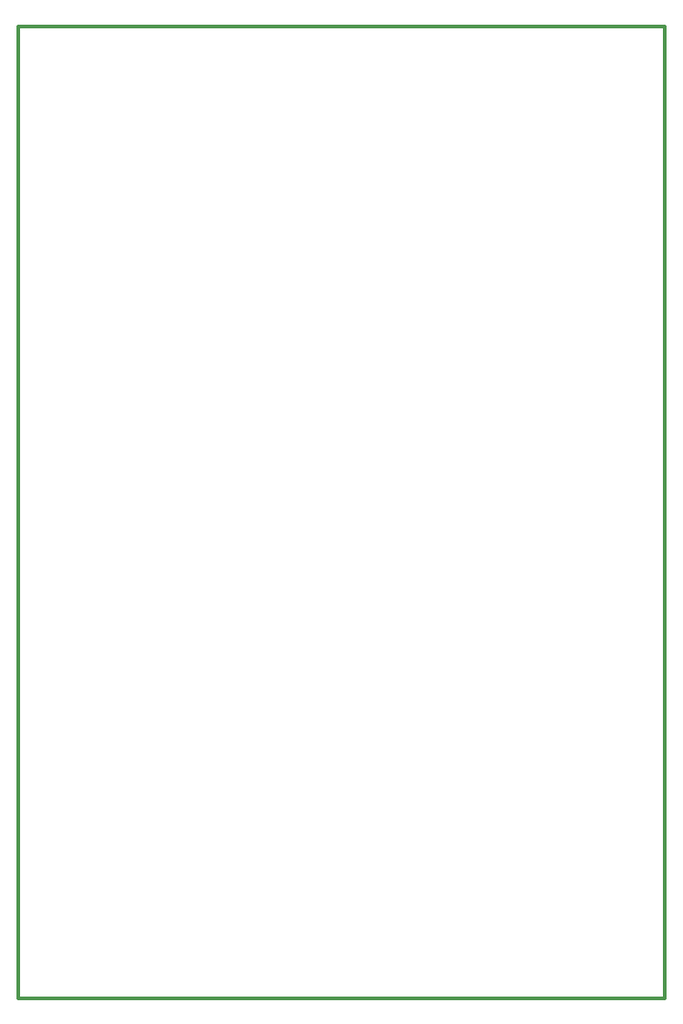
<source format=gko>
%FSLAX43Y43*%
%MOMM*%
G71*
G01*
G75*
%ADD10C,0.300*%
%ADD11R,1.600X1.800*%
%ADD12C,0.125*%
%ADD13R,1.800X1.600*%
%ADD14R,3.000X1.500*%
%ADD15R,2.300X2.300*%
%ADD16R,2.100X1.050*%
%ADD17R,8.000X3.500*%
%ADD18R,0.550X1.450*%
%ADD19R,3.000X4.000*%
%ADD20R,0.900X0.950*%
%ADD21R,0.900X0.950*%
%ADD22O,0.600X1.600*%
%ADD23O,1.600X0.600*%
%ADD24R,1.600X0.600*%
%ADD25R,10.300X10.500*%
%ADD26C,0.400*%
%ADD27C,0.500*%
%ADD28C,2.000*%
%ADD29C,0.600*%
%ADD30C,1.000*%
%ADD31C,1.500*%
%ADD32R,5.000X5.000*%
%ADD33R,1.500X1.500*%
%ADD34C,1.400*%
%ADD35R,1.400X1.400*%
%ADD36C,2.000*%
%ADD37C,1.500*%
%ADD38C,1.500*%
%ADD39R,1.500X1.500*%
%ADD40C,3.000*%
%ADD41C,2.500*%
%ADD42R,2.000X2.000*%
%ADD43C,1.100*%
%ADD44R,1.500X0.400*%
%ADD45R,1.803X2.003*%
%ADD46R,2.003X1.803*%
%ADD47R,3.203X1.703*%
%ADD48R,2.503X2.503*%
%ADD49R,2.303X1.253*%
%ADD50R,8.203X3.703*%
%ADD51R,0.753X1.653*%
%ADD52R,3.203X4.203*%
%ADD53R,1.103X1.153*%
%ADD54R,1.103X1.153*%
%ADD55O,0.803X1.803*%
%ADD56O,1.803X0.803*%
%ADD57R,1.803X0.803*%
%ADD58R,10.503X10.703*%
%ADD59R,5.203X5.203*%
%ADD60R,1.703X1.703*%
%ADD61C,1.603*%
%ADD62R,1.603X1.603*%
%ADD63C,2.203*%
%ADD64C,1.703*%
%ADD65C,1.703*%
%ADD66R,1.703X1.703*%
%ADD67C,3.203*%
%ADD68C,2.703*%
%ADD69R,2.203X2.203*%
%ADD70C,1.303*%
%ADD71R,1.703X0.603*%
D10*
X60000Y0D02*
Y90000D01*
X0Y0D02*
X60000D01*
X0D02*
Y90000D01*
X60000D01*
M02*

</source>
